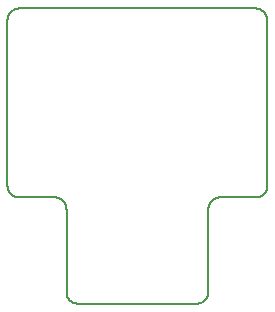
<source format=gbr>
G04 EAGLE Gerber X2 export*
%TF.Part,Single*%
%TF.FileFunction,Profile,NP*%
%TF.FilePolarity,Positive*%
%TF.GenerationSoftware,Autodesk,EAGLE,9.0.0*%
%TF.CreationDate,2018-04-23T14:01:41Z*%
G75*
%MOMM*%
%FSLAX34Y34*%
%LPD*%
%AMOC8*
5,1,8,0,0,1.08239X$1,22.5*%
G01*
%ADD10C,0.152400*%


D10*
X220000Y100000D02*
X220242Y100003D01*
X220483Y100012D01*
X220724Y100026D01*
X220965Y100047D01*
X221205Y100073D01*
X221445Y100105D01*
X221684Y100143D01*
X221921Y100186D01*
X222158Y100236D01*
X222393Y100291D01*
X222627Y100351D01*
X222859Y100418D01*
X223090Y100489D01*
X223319Y100567D01*
X223546Y100650D01*
X223771Y100738D01*
X223994Y100832D01*
X224214Y100931D01*
X224432Y101036D01*
X224647Y101145D01*
X224860Y101260D01*
X225070Y101380D01*
X225276Y101505D01*
X225480Y101635D01*
X225681Y101770D01*
X225878Y101910D01*
X226072Y102054D01*
X226262Y102203D01*
X226448Y102357D01*
X226631Y102515D01*
X226810Y102677D01*
X226985Y102844D01*
X227156Y103015D01*
X227323Y103190D01*
X227485Y103369D01*
X227643Y103552D01*
X227797Y103738D01*
X227946Y103928D01*
X228090Y104122D01*
X228230Y104319D01*
X228365Y104520D01*
X228495Y104724D01*
X228620Y104930D01*
X228740Y105140D01*
X228855Y105353D01*
X228964Y105568D01*
X229069Y105786D01*
X229168Y106006D01*
X229262Y106229D01*
X229350Y106454D01*
X229433Y106681D01*
X229511Y106910D01*
X229582Y107141D01*
X229649Y107373D01*
X229709Y107607D01*
X229764Y107842D01*
X229814Y108079D01*
X229857Y108316D01*
X229895Y108555D01*
X229927Y108795D01*
X229953Y109035D01*
X229974Y109276D01*
X229988Y109517D01*
X229997Y109758D01*
X230000Y110000D01*
X230000Y250000D01*
X229997Y250242D01*
X229988Y250483D01*
X229974Y250724D01*
X229953Y250965D01*
X229927Y251205D01*
X229895Y251445D01*
X229857Y251684D01*
X229814Y251921D01*
X229764Y252158D01*
X229709Y252393D01*
X229649Y252627D01*
X229582Y252859D01*
X229511Y253090D01*
X229433Y253319D01*
X229350Y253546D01*
X229262Y253771D01*
X229168Y253994D01*
X229069Y254214D01*
X228964Y254432D01*
X228855Y254647D01*
X228740Y254860D01*
X228620Y255070D01*
X228495Y255276D01*
X228365Y255480D01*
X228230Y255681D01*
X228090Y255878D01*
X227946Y256072D01*
X227797Y256262D01*
X227643Y256448D01*
X227485Y256631D01*
X227323Y256810D01*
X227156Y256985D01*
X226985Y257156D01*
X226810Y257323D01*
X226631Y257485D01*
X226448Y257643D01*
X226262Y257797D01*
X226072Y257946D01*
X225878Y258090D01*
X225681Y258230D01*
X225480Y258365D01*
X225276Y258495D01*
X225070Y258620D01*
X224860Y258740D01*
X224647Y258855D01*
X224432Y258964D01*
X224214Y259069D01*
X223994Y259168D01*
X223771Y259262D01*
X223546Y259350D01*
X223319Y259433D01*
X223090Y259511D01*
X222859Y259582D01*
X222627Y259649D01*
X222393Y259709D01*
X222158Y259764D01*
X221921Y259814D01*
X221684Y259857D01*
X221445Y259895D01*
X221205Y259927D01*
X220965Y259953D01*
X220724Y259974D01*
X220483Y259988D01*
X220242Y259997D01*
X220000Y260000D01*
X20000Y260000D01*
X19758Y259997D01*
X19517Y259988D01*
X19276Y259974D01*
X19035Y259953D01*
X18795Y259927D01*
X18555Y259895D01*
X18316Y259857D01*
X18079Y259814D01*
X17842Y259764D01*
X17607Y259709D01*
X17373Y259649D01*
X17141Y259582D01*
X16910Y259511D01*
X16681Y259433D01*
X16454Y259350D01*
X16229Y259262D01*
X16006Y259168D01*
X15786Y259069D01*
X15568Y258964D01*
X15353Y258855D01*
X15140Y258740D01*
X14930Y258620D01*
X14724Y258495D01*
X14520Y258365D01*
X14319Y258230D01*
X14122Y258090D01*
X13928Y257946D01*
X13738Y257797D01*
X13552Y257643D01*
X13369Y257485D01*
X13190Y257323D01*
X13015Y257156D01*
X12844Y256985D01*
X12677Y256810D01*
X12515Y256631D01*
X12357Y256448D01*
X12203Y256262D01*
X12054Y256072D01*
X11910Y255878D01*
X11770Y255681D01*
X11635Y255480D01*
X11505Y255276D01*
X11380Y255070D01*
X11260Y254860D01*
X11145Y254647D01*
X11036Y254432D01*
X10931Y254214D01*
X10832Y253994D01*
X10738Y253771D01*
X10650Y253546D01*
X10567Y253319D01*
X10489Y253090D01*
X10418Y252859D01*
X10351Y252627D01*
X10291Y252393D01*
X10236Y252158D01*
X10186Y251921D01*
X10143Y251684D01*
X10105Y251445D01*
X10073Y251205D01*
X10047Y250965D01*
X10026Y250724D01*
X10012Y250483D01*
X10003Y250242D01*
X10000Y250000D01*
X10000Y110000D01*
X10003Y109758D01*
X10012Y109517D01*
X10026Y109276D01*
X10047Y109035D01*
X10073Y108795D01*
X10105Y108555D01*
X10143Y108316D01*
X10186Y108079D01*
X10236Y107842D01*
X10291Y107607D01*
X10351Y107373D01*
X10418Y107141D01*
X10489Y106910D01*
X10567Y106681D01*
X10650Y106454D01*
X10738Y106229D01*
X10832Y106006D01*
X10931Y105786D01*
X11036Y105568D01*
X11145Y105353D01*
X11260Y105140D01*
X11380Y104930D01*
X11505Y104724D01*
X11635Y104520D01*
X11770Y104319D01*
X11910Y104122D01*
X12054Y103928D01*
X12203Y103738D01*
X12357Y103552D01*
X12515Y103369D01*
X12677Y103190D01*
X12844Y103015D01*
X13015Y102844D01*
X13190Y102677D01*
X13369Y102515D01*
X13552Y102357D01*
X13738Y102203D01*
X13928Y102054D01*
X14122Y101910D01*
X14319Y101770D01*
X14520Y101635D01*
X14724Y101505D01*
X14930Y101380D01*
X15140Y101260D01*
X15353Y101145D01*
X15568Y101036D01*
X15786Y100931D01*
X16006Y100832D01*
X16229Y100738D01*
X16454Y100650D01*
X16681Y100567D01*
X16910Y100489D01*
X17141Y100418D01*
X17373Y100351D01*
X17607Y100291D01*
X17842Y100236D01*
X18079Y100186D01*
X18316Y100143D01*
X18555Y100105D01*
X18795Y100073D01*
X19035Y100047D01*
X19276Y100026D01*
X19517Y100012D01*
X19758Y100003D01*
X20000Y100000D01*
X50000Y100000D01*
X190000Y100000D02*
X220000Y100000D01*
X60000Y90000D02*
X59997Y90242D01*
X59988Y90483D01*
X59974Y90724D01*
X59953Y90965D01*
X59927Y91205D01*
X59895Y91445D01*
X59857Y91684D01*
X59814Y91921D01*
X59764Y92158D01*
X59709Y92393D01*
X59649Y92627D01*
X59582Y92859D01*
X59511Y93090D01*
X59433Y93319D01*
X59350Y93546D01*
X59262Y93771D01*
X59168Y93994D01*
X59069Y94214D01*
X58964Y94432D01*
X58855Y94647D01*
X58740Y94860D01*
X58620Y95070D01*
X58495Y95276D01*
X58365Y95480D01*
X58230Y95681D01*
X58090Y95878D01*
X57946Y96072D01*
X57797Y96262D01*
X57643Y96448D01*
X57485Y96631D01*
X57323Y96810D01*
X57156Y96985D01*
X56985Y97156D01*
X56810Y97323D01*
X56631Y97485D01*
X56448Y97643D01*
X56262Y97797D01*
X56072Y97946D01*
X55878Y98090D01*
X55681Y98230D01*
X55480Y98365D01*
X55276Y98495D01*
X55070Y98620D01*
X54860Y98740D01*
X54647Y98855D01*
X54432Y98964D01*
X54214Y99069D01*
X53994Y99168D01*
X53771Y99262D01*
X53546Y99350D01*
X53319Y99433D01*
X53090Y99511D01*
X52859Y99582D01*
X52627Y99649D01*
X52393Y99709D01*
X52158Y99764D01*
X51921Y99814D01*
X51684Y99857D01*
X51445Y99895D01*
X51205Y99927D01*
X50965Y99953D01*
X50724Y99974D01*
X50483Y99988D01*
X50242Y99997D01*
X50000Y100000D01*
X60000Y90000D02*
X60000Y20000D01*
X60003Y19758D01*
X60012Y19517D01*
X60026Y19276D01*
X60047Y19035D01*
X60073Y18795D01*
X60105Y18555D01*
X60143Y18316D01*
X60186Y18079D01*
X60236Y17842D01*
X60291Y17607D01*
X60351Y17373D01*
X60418Y17141D01*
X60489Y16910D01*
X60567Y16681D01*
X60650Y16454D01*
X60738Y16229D01*
X60832Y16006D01*
X60931Y15786D01*
X61036Y15568D01*
X61145Y15353D01*
X61260Y15140D01*
X61380Y14930D01*
X61505Y14724D01*
X61635Y14520D01*
X61770Y14319D01*
X61910Y14122D01*
X62054Y13928D01*
X62203Y13738D01*
X62357Y13552D01*
X62515Y13369D01*
X62677Y13190D01*
X62844Y13015D01*
X63015Y12844D01*
X63190Y12677D01*
X63369Y12515D01*
X63552Y12357D01*
X63738Y12203D01*
X63928Y12054D01*
X64122Y11910D01*
X64319Y11770D01*
X64520Y11635D01*
X64724Y11505D01*
X64930Y11380D01*
X65140Y11260D01*
X65353Y11145D01*
X65568Y11036D01*
X65786Y10931D01*
X66006Y10832D01*
X66229Y10738D01*
X66454Y10650D01*
X66681Y10567D01*
X66910Y10489D01*
X67141Y10418D01*
X67373Y10351D01*
X67607Y10291D01*
X67842Y10236D01*
X68079Y10186D01*
X68316Y10143D01*
X68555Y10105D01*
X68795Y10073D01*
X69035Y10047D01*
X69276Y10026D01*
X69517Y10012D01*
X69758Y10003D01*
X70000Y10000D01*
X170000Y10000D01*
X170242Y10003D01*
X170483Y10012D01*
X170724Y10026D01*
X170965Y10047D01*
X171205Y10073D01*
X171445Y10105D01*
X171684Y10143D01*
X171921Y10186D01*
X172158Y10236D01*
X172393Y10291D01*
X172627Y10351D01*
X172859Y10418D01*
X173090Y10489D01*
X173319Y10567D01*
X173546Y10650D01*
X173771Y10738D01*
X173994Y10832D01*
X174214Y10931D01*
X174432Y11036D01*
X174647Y11145D01*
X174860Y11260D01*
X175070Y11380D01*
X175276Y11505D01*
X175480Y11635D01*
X175681Y11770D01*
X175878Y11910D01*
X176072Y12054D01*
X176262Y12203D01*
X176448Y12357D01*
X176631Y12515D01*
X176810Y12677D01*
X176985Y12844D01*
X177156Y13015D01*
X177323Y13190D01*
X177485Y13369D01*
X177643Y13552D01*
X177797Y13738D01*
X177946Y13928D01*
X178090Y14122D01*
X178230Y14319D01*
X178365Y14520D01*
X178495Y14724D01*
X178620Y14930D01*
X178740Y15140D01*
X178855Y15353D01*
X178964Y15568D01*
X179069Y15786D01*
X179168Y16006D01*
X179262Y16229D01*
X179350Y16454D01*
X179433Y16681D01*
X179511Y16910D01*
X179582Y17141D01*
X179649Y17373D01*
X179709Y17607D01*
X179764Y17842D01*
X179814Y18079D01*
X179857Y18316D01*
X179895Y18555D01*
X179927Y18795D01*
X179953Y19035D01*
X179974Y19276D01*
X179988Y19517D01*
X179997Y19758D01*
X180000Y20000D01*
X180000Y90000D01*
X180003Y90242D01*
X180012Y90483D01*
X180026Y90724D01*
X180047Y90965D01*
X180073Y91205D01*
X180105Y91445D01*
X180143Y91684D01*
X180186Y91921D01*
X180236Y92158D01*
X180291Y92393D01*
X180351Y92627D01*
X180418Y92859D01*
X180489Y93090D01*
X180567Y93319D01*
X180650Y93546D01*
X180738Y93771D01*
X180832Y93994D01*
X180931Y94214D01*
X181036Y94432D01*
X181145Y94647D01*
X181260Y94860D01*
X181380Y95070D01*
X181505Y95276D01*
X181635Y95480D01*
X181770Y95681D01*
X181910Y95878D01*
X182054Y96072D01*
X182203Y96262D01*
X182357Y96448D01*
X182515Y96631D01*
X182677Y96810D01*
X182844Y96985D01*
X183015Y97156D01*
X183190Y97323D01*
X183369Y97485D01*
X183552Y97643D01*
X183738Y97797D01*
X183928Y97946D01*
X184122Y98090D01*
X184319Y98230D01*
X184520Y98365D01*
X184724Y98495D01*
X184930Y98620D01*
X185140Y98740D01*
X185353Y98855D01*
X185568Y98964D01*
X185786Y99069D01*
X186006Y99168D01*
X186229Y99262D01*
X186454Y99350D01*
X186681Y99433D01*
X186910Y99511D01*
X187141Y99582D01*
X187373Y99649D01*
X187607Y99709D01*
X187842Y99764D01*
X188079Y99814D01*
X188316Y99857D01*
X188555Y99895D01*
X188795Y99927D01*
X189035Y99953D01*
X189276Y99974D01*
X189517Y99988D01*
X189758Y99997D01*
X190000Y100000D01*
M02*

</source>
